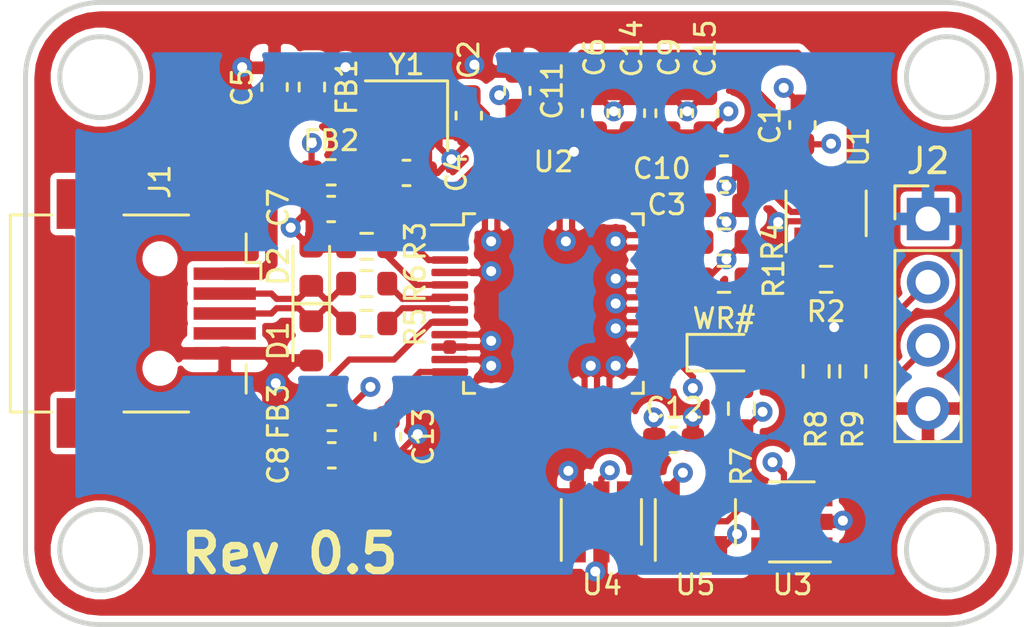
<source format=kicad_pcb>
(kicad_pcb (version 20171130) (host pcbnew "(5.1.9)-1")
  (layers (0 F.Cu signal) (1 In1.Cu signal hide) (2 In2.Cu signal hide) (31 B.Cu signal hide) (34 B.Paste user hide) (35 F.Paste user) (36 B.SilkS user hide) (37 F.SilkS user) (38 B.Mask user hide) (39 F.Mask user hide) (44 Edge.Cuts user))
  (net 0 "")
  (net 1 GND)
  (net 2 VCC3V3)
  (net 3 "Net-(C5-Pad1)")
  (net 4 VPHY)
  (net 5 VPLL)
  (net 6 VCORE)
  (net 7 VBUS)
  (net 8 "Net-(J1-Pad4)")
  (net 9 "Net-(J1-Pad6)")
  (net 10 "Net-(R1-Pad2)")
  (net 11 EEDATA)
  (net 12 D-)
  (net 13 D+)
  (net 14 EECS)
  (net 15 EECLK)
  (net 16 WR#)
  (net 17 "Net-(U2-Pad20)")
  (net 18 "Net-(U2-Pad19)")
  (net 19 "Net-(U2-Pad18)")
  (net 20 "Net-(U2-Pad17)")
  (net 21 "Net-(U2-Pad16)")
  (net 22 "Net-(U2-Pad15)")
  (net 23 "Net-(U2-Pad14)")
  (net 24 DIR)
  (net 25 "Net-(U3-Pad6)")
  (net 26 "Net-(U3-Pad4)")
  (net 27 /Unfiltered_Data+)
  (net 28 /Unfiltered_Data-)
  (net 29 /VCCA)
  (net 30 /REF)
  (net 31 /RESET)
  (net 32 /CLK+)
  (net 33 /CLK-)
  (net 34 /Phase2)
  (net 35 /Phase1)
  (net 36 "Net-(D3-Pad2)")
  (net 37 VCCV3)
  (module Package_TO_SOT_SMD:SOT-23-6 (layer F.Cu) (at 132.15 83.475 90)
    (fp_text reference U1 (at 2.675 1.3 90) (layer F.SilkS) (effects (font (size 0.8 0.8) (thickness 0.125))))
    (fp_text value 93LC56BT-I/OT)
    (pad 5 smd rect (at 1.1 0 90) (size 1.06 0.65) (layers F.Cu F.Paste F.Mask) (net 14 EECS))
    (pad 6 smd rect (at 1.1 -0.95 90) (size 1.06 0.65) (layers F.Cu F.Paste F.Mask) (net 2 VCC3V3))
    (pad 4 smd rect (at 1.1 0.95 90) (size 1.06 0.65) (layers F.Cu F.Paste F.Mask) (net 15 EECLK))
    (pad 3 smd rect (at -1.1 0.95 90) (size 1.06 0.65) (layers F.Cu F.Paste F.Mask) (net 11 EEDATA))
    (pad 2 smd rect (at -1.1 0 90) (size 1.06 0.65) (layers F.Cu F.Paste F.Mask) (net 1 GND))
    (pad 1 smd rect (at -1.1 -0.95 90) (size 1.06 0.65) (layers F.Cu F.Paste F.Mask) (net 10 "Net-(R1-Pad2)"))
  )
  (module Resistor_SMD:R_0603_1608Metric (layer F.Cu) (at 128.75 91.325 270)
    (fp_text reference R7 (at 2.325 0 90) (layer F.SilkS) (effects (font (size 0.8 0.8) (thickness 0.125))))
    (fp_text value 1k)
    (pad 2 smd roundrect (at 0.825 0 270) (size 0.8 0.95) (layers F.Cu F.Paste F.Mask) (net 37 VCCV3))
    (pad 1 smd roundrect (at -0.825 0 270) (size 0.8 0.95) (layers F.Cu F.Paste F.Mask) (net 36 "Net-(D3-Pad2)"))
  )
  (module LED_SMD:LED_0603_1608Metric (layer F.Cu) (at 128.05 89.075)
    (fp_text reference WR# (at 0 -1.375) (layer F.SilkS) (effects (font (size 0.8 0.8) (thickness 0.125))))
    (fp_text value LED)
    (pad 2 smd roundrect (at 0.7875 0) (size 0.875 0.95) (layers F.Cu F.Paste F.Mask) (net 36 "Net-(D3-Pad2)"))
    (pad 1 smd roundrect (at -0.7875 0) (size 0.875 0.95) (layers F.Cu F.Paste F.Mask) (net 16 WR#))
  )
  (module Crystal:Crystal_SMD_2520-4Pin_2.5x2.0mm (layer F.Cu) (at 115.3 79.55 180)
    (fp_text reference Y1 (at 0 2.05) (layer F.SilkS) (effects (font (size 0.8 0.8) (thickness 0.125))))
    (fp_text value 12MHz)
    (pad 4 smd rect (at -0.875 -0.7 180) (size 1.15 1) (layers F.Cu F.Paste F.Mask) (net 1 GND))
    (pad 3 smd rect (at 0.875 -0.7 180) (size 1.15 1) (layers F.Cu F.Paste F.Mask) (net 33 /CLK-))
    (pad 2 smd rect (at 0.875 0.7 180) (size 1.15 1) (layers F.Cu F.Paste F.Mask) (net 1 GND))
    (pad 1 smd rect (at -0.875 0.7 180) (size 1.15 1) (layers F.Cu F.Paste F.Mask) (net 32 /CLK+))
  )
  (module Package_TO_SOT_SMD:SOT-23-5 (layer F.Cu) (at 126.9 95.875 90)
    (fp_text reference U5 (at -2.525 0 180) (layer F.SilkS) (effects (font (size 0.8 0.8) (thickness 0.125))))
    (fp_text value 74LVC1G04)
    (pad 5 smd rect (at 1.1 -0.95 90) (size 1.06 0.65) (layers F.Cu F.Paste F.Mask) (net 2 VCC3V3))
    (pad 4 smd rect (at 1.1 0.95 90) (size 1.06 0.65) (layers F.Cu F.Paste F.Mask) (net 16 WR#))
    (pad 3 smd rect (at -1.1 0.95 90) (size 1.06 0.65) (layers F.Cu F.Paste F.Mask) (net 1 GND))
    (pad 2 smd rect (at -1.1 0 90) (size 1.06 0.65) (layers F.Cu F.Paste F.Mask) (net 26 "Net-(U3-Pad4)"))
    (pad 1 smd rect (at -1.1 -0.95 90) (size 1.06 0.65) (layers F.Cu F.Paste F.Mask))
  )
  (module Package_TO_SOT_SMD:SOT-23-6 (layer F.Cu) (at 123.125 95.875 90)
    (fp_text reference U4 (at -2.525 0.025 180) (layer F.SilkS) (effects (font (size 0.8 0.8) (thickness 0.125))))
    (fp_text value 74LVC1G374)
    (pad 5 smd rect (at 1.1 0 90) (size 1.06 0.65) (layers F.Cu F.Paste F.Mask) (net 2 VCC3V3))
    (pad 6 smd rect (at 1.1 -0.95 90) (size 1.06 0.65) (layers F.Cu F.Paste F.Mask) (net 1 GND))
    (pad 4 smd rect (at 1.1 0.95 90) (size 1.06 0.65) (layers F.Cu F.Paste F.Mask) (net 24 DIR))
    (pad 3 smd rect (at -1.1 0.95 90) (size 1.06 0.65) (layers F.Cu F.Paste F.Mask) (net 25 "Net-(U3-Pad6)"))
    (pad 2 smd rect (at -1.1 0 90) (size 1.06 0.65) (layers F.Cu F.Paste F.Mask) (net 1 GND))
    (pad 1 smd rect (at -1.1 -0.95 90) (size 1.06 0.65) (layers F.Cu F.Paste F.Mask) (net 26 "Net-(U3-Pad4)"))
  )
  (module Package_TO_SOT_SMD:SOT-23-6 (layer F.Cu) (at 130.775 95.875 180)
    (fp_text reference U3 (at -0.025 -2.525 180) (layer F.SilkS) (effects (font (size 0.8 0.8) (thickness 0.125))))
    (fp_text value 74LVC2G17)
    (pad 5 smd rect (at 1.1 0 180) (size 1.06 0.65) (layers F.Cu F.Paste F.Mask) (net 2 VCC3V3))
    (pad 6 smd rect (at 1.1 -0.95 180) (size 1.06 0.65) (layers F.Cu F.Paste F.Mask) (net 25 "Net-(U3-Pad6)"))
    (pad 4 smd rect (at 1.1 0.95 180) (size 1.06 0.65) (layers F.Cu F.Paste F.Mask) (net 26 "Net-(U3-Pad4)"))
    (pad 3 smd rect (at -1.1 0.95 180) (size 1.06 0.65) (layers F.Cu F.Paste F.Mask) (net 34 /Phase2))
    (pad 2 smd rect (at -1.1 0 180) (size 1.06 0.65) (layers F.Cu F.Paste F.Mask) (net 1 GND))
    (pad 1 smd rect (at -1.1 -0.95 180) (size 1.06 0.65) (layers F.Cu F.Paste F.Mask) (net 35 /Phase1))
  )
  (module Package_QFP:LQFP-48_7x7mm_P0.5mm (layer F.Cu) (at 121.2 87.1)
    (fp_text reference U2 (at 0 -5.7 180) (layer F.SilkS) (effects (font (size 0.8 0.8) (thickness 0.125))))
    (fp_text value FT232H)
    (pad 48 smd roundrect (at -2.75 -4.1625) (size 0.3 1.475) (layers F.Cu F.Paste F.Mask) (net 1 GND))
    (pad 47 smd roundrect (at -2.25 -4.1625) (size 0.3 1.475) (layers F.Cu F.Paste F.Mask) (net 1 GND))
    (pad 46 smd roundrect (at -1.75 -4.1625) (size 0.3 1.475) (layers F.Cu F.Paste F.Mask) (net 2 VCC3V3))
    (pad 45 smd roundrect (at -1.25 -4.1625) (size 0.3 1.475) (layers F.Cu F.Paste F.Mask) (net 14 EECS))
    (pad 44 smd roundrect (at -0.75 -4.1625) (size 0.3 1.475) (layers F.Cu F.Paste F.Mask) (net 15 EECLK))
    (pad 43 smd roundrect (at -0.25 -4.1625) (size 0.3 1.475) (layers F.Cu F.Paste F.Mask) (net 11 EEDATA))
    (pad 42 smd roundrect (at 0.25 -4.1625) (size 0.3 1.475) (layers F.Cu F.Paste F.Mask) (net 1 GND))
    (pad 41 smd roundrect (at 0.75 -4.1625) (size 0.3 1.475) (layers F.Cu F.Paste F.Mask) (net 1 GND))
    (pad 40 smd roundrect (at 1.25 -4.1625) (size 0.3 1.475) (layers F.Cu F.Paste F.Mask) (net 7 VBUS))
    (pad 39 smd roundrect (at 1.75 -4.1625) (size 0.3 1.475) (layers F.Cu F.Paste F.Mask) (net 2 VCC3V3))
    (pad 38 smd roundrect (at 2.25 -4.1625) (size 0.3 1.475) (layers F.Cu F.Paste F.Mask) (net 6 VCORE))
    (pad 37 smd roundrect (at 2.75 -4.1625) (size 0.3 1.475) (layers F.Cu F.Paste F.Mask) (net 29 /VCCA))
    (pad 36 smd roundrect (at 4.1625 -2.75) (size 1.475 0.3) (layers F.Cu F.Paste F.Mask) (net 1 GND))
    (pad 35 smd roundrect (at 4.1625 -2.25) (size 1.475 0.3) (layers F.Cu F.Paste F.Mask) (net 1 GND))
    (pad 34 smd roundrect (at 4.1625 -1.75) (size 1.475 0.3) (layers F.Cu F.Paste F.Mask) (net 31 /RESET))
    (pad 33 smd roundrect (at 4.1625 -1.25) (size 1.475 0.3) (layers F.Cu F.Paste F.Mask) (net 1 GND))
    (pad 32 smd roundrect (at 4.1625 -0.75) (size 1.475 0.3) (layers F.Cu F.Paste F.Mask) (net 1 GND))
    (pad 31 smd roundrect (at 4.1625 -0.25) (size 1.475 0.3) (layers F.Cu F.Paste F.Mask) (net 1 GND))
    (pad 30 smd roundrect (at 4.1625 0.25) (size 1.475 0.3) (layers F.Cu F.Paste F.Mask) (net 1 GND))
    (pad 29 smd roundrect (at 4.1625 0.75) (size 1.475 0.3) (layers F.Cu F.Paste F.Mask) (net 1 GND))
    (pad 28 smd roundrect (at 4.1625 1.25) (size 1.475 0.3) (layers F.Cu F.Paste F.Mask) (net 1 GND))
    (pad 27 smd roundrect (at 4.1625 1.75) (size 1.475 0.3) (layers F.Cu F.Paste F.Mask) (net 16 WR#))
    (pad 26 smd roundrect (at 4.1625 2.25) (size 1.475 0.3) (layers F.Cu F.Paste F.Mask) (net 2 VCC3V3))
    (pad 25 smd roundrect (at 4.1625 2.75) (size 1.475 0.3) (layers F.Cu F.Paste F.Mask) (net 1 GND))
    (pad 24 smd roundrect (at 2.75 4.1625) (size 0.3 1.475) (layers F.Cu F.Paste F.Mask) (net 2 VCC3V3))
    (pad 23 smd roundrect (at 2.25 4.1625) (size 0.3 1.475) (layers F.Cu F.Paste F.Mask) (net 1 GND))
    (pad 22 smd roundrect (at 1.75 4.1625) (size 0.3 1.475) (layers F.Cu F.Paste F.Mask) (net 1 GND))
    (pad 21 smd roundrect (at 1.25 4.1625) (size 0.3 1.475) (layers F.Cu F.Paste F.Mask) (net 1 GND))
    (pad 20 smd roundrect (at 0.75 4.1625) (size 0.3 1.475) (layers F.Cu F.Paste F.Mask) (net 17 "Net-(U2-Pad20)"))
    (pad 19 smd roundrect (at 0.25 4.1625) (size 0.3 1.475) (layers F.Cu F.Paste F.Mask) (net 18 "Net-(U2-Pad19)"))
    (pad 18 smd roundrect (at -0.25 4.1625) (size 0.3 1.475) (layers F.Cu F.Paste F.Mask) (net 19 "Net-(U2-Pad18)"))
    (pad 17 smd roundrect (at -0.75 4.1625) (size 0.3 1.475) (layers F.Cu F.Paste F.Mask) (net 20 "Net-(U2-Pad17)"))
    (pad 16 smd roundrect (at -1.25 4.1625) (size 0.3 1.475) (layers F.Cu F.Paste F.Mask) (net 21 "Net-(U2-Pad16)"))
    (pad 15 smd roundrect (at -1.75 4.1625) (size 0.3 1.475) (layers F.Cu F.Paste F.Mask) (net 22 "Net-(U2-Pad15)"))
    (pad 14 smd roundrect (at -2.25 4.1625) (size 0.3 1.475) (layers F.Cu F.Paste F.Mask) (net 23 "Net-(U2-Pad14)"))
    (pad 13 smd roundrect (at -2.75 4.1625) (size 0.3 1.475) (layers F.Cu F.Paste F.Mask) (net 24 DIR))
    (pad 12 smd roundrect (at -4.1625 2.75) (size 1.475 0.3) (layers F.Cu F.Paste F.Mask) (net 2 VCC3V3))
    (pad 11 smd roundrect (at -4.1625 2.25) (size 1.475 0.3) (layers F.Cu F.Paste F.Mask) (net 1 GND))
    (pad 10 smd roundrect (at -4.1625 1.75) (size 1.475 0.3) (layers F.Cu F.Paste F.Mask) (net 1 GND))
    (pad 9 smd roundrect (at -4.1625 1.25) (size 1.475 0.3) (layers F.Cu F.Paste F.Mask) (net 1 GND))
    (pad 8 smd roundrect (at -4.1625 0.75) (size 1.475 0.3) (layers F.Cu F.Paste F.Mask) (net 5 VPLL))
    (pad 7 smd roundrect (at -4.1625 0.25) (size 1.475 0.3) (layers F.Cu F.Paste F.Mask) (net 13 D+))
    (pad 6 smd roundrect (at -4.1625 -0.25) (size 1.475 0.3) (layers F.Cu F.Paste F.Mask) (net 12 D-))
    (pad 5 smd roundrect (at -4.1625 -0.75) (size 1.475 0.3) (layers F.Cu F.Paste F.Mask) (net 30 /REF))
    (pad 4 smd roundrect (at -4.1625 -1.25) (size 1.475 0.3) (layers F.Cu F.Paste F.Mask) (net 1 GND))
    (pad 3 smd roundrect (at -4.1625 -1.75) (size 1.475 0.3) (layers F.Cu F.Paste F.Mask) (net 4 VPHY))
    (pad 2 smd roundrect (at -4.1625 -2.25) (size 1.475 0.3) (layers F.Cu F.Paste F.Mask) (net 33 /CLK-))
    (pad 1 smd roundrect (at -4.1625 -2.75) (size 1.475 0.3) (layers F.Cu F.Paste F.Mask) (net 32 /CLK+))
  )
  (module Resistor_SMD:R_0603_1608Metric (layer F.Cu) (at 133.225 89.825 270)
    (fp_text reference R9 (at 2.325 0 90) (layer F.SilkS) (effects (font (size 0.8 0.8) (thickness 0.125))))
    (fp_text value 1k)
    (pad 2 smd roundrect (at 0.825 0 270) (size 0.8 0.95) (layers F.Cu F.Paste F.Mask) (net 34 /Phase2))
    (pad 1 smd roundrect (at -0.825 0 270) (size 0.8 0.95) (layers F.Cu F.Paste F.Mask) (net 7 VBUS))
  )
  (module Resistor_SMD:R_0603_1608Metric (layer F.Cu) (at 131.75 89.825 270)
    (fp_text reference R8 (at 2.325 0 90) (layer F.SilkS) (effects (font (size 0.8 0.8) (thickness 0.125))))
    (fp_text value 1k)
    (pad 2 smd roundrect (at 0.825 0 270) (size 0.8 0.95) (layers F.Cu F.Paste F.Mask) (net 35 /Phase1))
    (pad 1 smd roundrect (at -0.825 0 270) (size 0.8 0.95) (layers F.Cu F.Paste F.Mask) (net 7 VBUS))
  )
  (module Resistor_SMD:R_0603_1608Metric (layer F.Cu) (at 113.7 86.3 180)
    (fp_text reference R6 (at -1.95 0 90) (layer F.SilkS) (effects (font (size 0.8 0.8) (thickness 0.125))))
    (fp_text value 0k)
    (pad 2 smd roundrect (at 0.825 0 180) (size 0.8 0.95) (layers F.Cu F.Paste F.Mask) (net 28 /Unfiltered_Data-))
    (pad 1 smd roundrect (at -0.825 0 180) (size 0.8 0.95) (layers F.Cu F.Paste F.Mask) (net 12 D-))
  )
  (module Resistor_SMD:R_0603_1608Metric (layer F.Cu) (at 113.7 87.9 180)
    (fp_text reference R5 (at -1.95 -0.15 90) (layer F.SilkS) (effects (font (size 0.8 0.8) (thickness 0.125))))
    (fp_text value 0k)
    (pad 2 smd roundrect (at 0.825 0 180) (size 0.8 0.95) (layers F.Cu F.Paste F.Mask) (net 27 /Unfiltered_Data+))
    (pad 1 smd roundrect (at -0.825 0 180) (size 0.8 0.95) (layers F.Cu F.Paste F.Mask) (net 13 D+))
  )
  (module Resistor_SMD:R_0603_1608Metric (layer F.Cu) (at 128.05 84.625)
    (fp_text reference R4 (at 1.95 -0.025 90) (layer F.SilkS) (effects (font (size 0.8 0.8) (thickness 0.125))))
    (fp_text value 10k)
    (pad 2 smd roundrect (at 0.825 0) (size 0.8 0.95) (layers F.Cu F.Paste F.Mask) (net 2 VCC3V3))
    (pad 1 smd roundrect (at -0.825 0) (size 0.8 0.95) (layers F.Cu F.Paste F.Mask) (net 31 /RESET))
  )
  (module Resistor_SMD:R_0603_1608Metric (layer F.Cu) (at 113.7 84.8 180)
    (fp_text reference R3 (at -1.95 0.2 270) (layer F.SilkS) (effects (font (size 0.8 0.8) (thickness 0.125))))
    (fp_text value 12k/1%)
    (pad 2 smd roundrect (at 0.825 0 180) (size 0.8 0.95) (layers F.Cu F.Paste F.Mask) (net 1 GND))
    (pad 1 smd roundrect (at -0.825 0 180) (size 0.8 0.95) (layers F.Cu F.Paste F.Mask) (net 30 /REF))
  )
  (module Resistor_SMD:R_0603_1608Metric (layer F.Cu) (at 132.15 86.125 180)
    (fp_text reference R2 (at 0 -1.3) (layer F.SilkS) (effects (font (size 0.8 0.8) (thickness 0.125))))
    (fp_text value 2k)
    (pad 2 smd roundrect (at 0.825 0 180) (size 0.8 0.95) (layers F.Cu F.Paste F.Mask) (net 10 "Net-(R1-Pad2)"))
    (pad 1 smd roundrect (at -0.825 0 180) (size 0.8 0.95) (layers F.Cu F.Paste F.Mask) (net 11 EEDATA))
  )
  (module Resistor_SMD:R_0603_1608Metric (layer F.Cu) (at 128.05 86.125)
    (fp_text reference R1 (at 2 -0.025 90) (layer F.SilkS) (effects (font (size 0.8 0.8) (thickness 0.125))))
    (fp_text value 10k)
    (pad 2 smd roundrect (at 0.825 0) (size 0.8 0.95) (layers F.Cu F.Paste F.Mask) (net 10 "Net-(R1-Pad2)"))
    (pad 1 smd roundrect (at -0.825 0) (size 0.8 0.95) (layers F.Cu F.Paste F.Mask) (net 2 VCC3V3))
  )
  (module Connector_PinHeader_2.54mm:PinHeader_1x04_P2.54mm_Vertical (layer F.Cu) (at 136.242696 83.7)
    (fp_text reference J2 (at 0 -2.33) (layer F.SilkS))
    (fp_text value Conn_01x04_Male)
    (pad 4 thru_hole oval (at 0 7.62) (size 1.7 1.7) (drill 1) (layers *.Cu *.Mask) (net 1 GND))
    (pad 3 thru_hole oval (at 0 5.08) (size 1.7 1.7) (drill 1) (layers *.Cu *.Mask) (net 34 /Phase2))
    (pad 2 thru_hole oval (at 0 2.54) (size 1.7 1.7) (drill 1) (layers *.Cu *.Mask) (net 35 /Phase1))
    (pad 1 thru_hole rect (at 0 0) (size 1.7 1.7) (drill 1) (layers *.Cu *.Mask) (net 7 VBUS))
  )
  (module Connector_USB:USB_Mini-B_Wuerth_65100516121_Horizontal (layer F.Cu) (at 105.4 87.5 270)
    (fp_text reference J1 (at -5.3 0 90) (layer F.SilkS) (effects (font (size 0.8 0.8) (thickness 0.125))))
    (fp_text value USB_B_Mini)
    (pad "" np_thru_hole circle (at 2.2 0 270) (size 0.9 0.9) (drill 0.9) (layers *.Cu *.Mask))
    (pad "" np_thru_hole circle (at -2.2 0 270) (size 0.9 0.9) (drill 0.9) (layers *.Cu *.Mask))
    (pad 5 smd rect (at 1.6 -2.6 270) (size 0.5 2.5) (layers F.Cu F.Paste F.Mask) (net 1 GND))
    (pad 4 smd rect (at 0.8 -2.6 270) (size 0.5 2.5) (layers F.Cu F.Paste F.Mask) (net 8 "Net-(J1-Pad4)"))
    (pad 3 smd rect (at 0 -2.6 270) (size 0.5 2.5) (layers F.Cu F.Paste F.Mask) (net 27 /Unfiltered_Data+))
    (pad 2 smd rect (at -0.8 -2.6 270) (size 0.5 2.5) (layers F.Cu F.Paste F.Mask) (net 28 /Unfiltered_Data-))
    (pad 1 smd rect (at -1.6 -2.6 270) (size 0.5 2.5) (layers F.Cu F.Paste F.Mask) (net 3 "Net-(C5-Pad1)"))
    (pad 6 smd rect (at 4.4 -2.6 270) (size 2 2.5) (layers F.Cu F.Paste F.Mask) (net 9 "Net-(J1-Pad6)"))
    (pad 6 smd rect (at -4.4 -2.6 270) (size 2 2.5) (layers F.Cu F.Paste F.Mask) (net 9 "Net-(J1-Pad6)"))
    (pad 6 smd rect (at 4.4 2.9 270) (size 2 2.5) (layers F.Cu F.Paste F.Mask) (net 9 "Net-(J1-Pad6)"))
    (pad 6 smd rect (at -4.4 2.9 270) (size 2 2.5) (layers F.Cu F.Paste F.Mask) (net 9 "Net-(J1-Pad6)"))
  )
  (module Inductor_SMD:L_0603_1608Metric (layer F.Cu) (at 112.3 91.7 180)
    (fp_text reference FB3 (at 2.15 0.25 90) (layer F.SilkS) (effects (font (size 0.8 0.8) (thickness 0.125))))
    (fp_text value "600R 0.5A")
    (pad 2 smd roundrect (at 0.7875 0 180) (size 0.875 0.95) (layers F.Cu F.Paste F.Mask) (net 5 VPLL))
    (pad 1 smd roundrect (at -0.7875 0 180) (size 0.875 0.95) (layers F.Cu F.Paste F.Mask) (net 2 VCC3V3))
  )
  (module Inductor_SMD:L_0603_1608Metric (layer F.Cu) (at 112.275 81.825)
    (fp_text reference FB2 (at 0 -1.275) (layer F.SilkS) (effects (font (size 0.8 0.8) (thickness 0.125))))
    (fp_text value "600R 0.5A")
    (pad 2 smd roundrect (at 0.7875 0) (size 0.875 0.95) (layers F.Cu F.Paste F.Mask) (net 4 VPHY))
    (pad 1 smd roundrect (at -0.7875 0) (size 0.875 0.95) (layers F.Cu F.Paste F.Mask) (net 2 VCC3V3))
  )
  (module Inductor_SMD:L_0603_1608Metric (layer F.Cu) (at 111.5 78.4 270)
    (fp_text reference FB1 (at 0 -1.4 90) (layer F.SilkS) (effects (font (size 0.8 0.8) (thickness 0.125))))
    (fp_text value "600R 0.5A")
    (pad 2 smd roundrect (at 0.7875 0 270) (size 0.875 0.95) (layers F.Cu F.Paste F.Mask) (net 3 "Net-(C5-Pad1)"))
    (pad 1 smd roundrect (at -0.7875 0 270) (size 0.875 0.95) (layers F.Cu F.Paste F.Mask) (net 7 VBUS))
  )
  (module Diode_SMD:D_0603_1608Metric (layer F.Cu) (at 111.475 85.6 90)
    (fp_text reference D2 (at 0 -1.325 90) (layer F.SilkS) (effects (font (size 0.8 0.8) (thickness 0.125))))
    (fp_text value D_TVS)
    (pad 2 smd roundrect (at 0.7875 0 90) (size 0.875 0.95) (layers F.Cu F.Paste F.Mask) (net 1 GND))
    (pad 1 smd roundrect (at -0.7875 0 90) (size 0.875 0.95) (layers F.Cu F.Paste F.Mask) (net 28 /Unfiltered_Data-))
  )
  (module Diode_SMD:D_0603_1608Metric (layer F.Cu) (at 111.475 88.6 270)
    (fp_text reference D1 (at 0 1.325 90) (layer F.SilkS) (effects (font (size 0.8 0.8) (thickness 0.125))))
    (fp_text value D_TVS)
    (pad 2 smd roundrect (at 0.7875 0 270) (size 0.875 0.95) (layers F.Cu F.Paste F.Mask) (net 1 GND))
    (pad 1 smd roundrect (at -0.7875 0 270) (size 0.875 0.95) (layers F.Cu F.Paste F.Mask) (net 27 /Unfiltered_Data+))
  )
  (module Capacitor_SMD:C_0603_1608Metric (layer F.Cu) (at 127.3 79.45 90)
    (fp_text reference C15 (at 2.6 0 90) (layer F.SilkS) (effects (font (size 0.8 0.8) (thickness 0.125))))
    (fp_text value 4.7uF)
    (pad 2 smd roundrect (at 0.775 0 90) (size 0.9 0.95) (layers F.Cu F.Paste F.Mask) (net 1 GND))
    (pad 1 smd roundrect (at -0.775 0 90) (size 0.9 0.95) (layers F.Cu F.Paste F.Mask) (net 2 VCC3V3))
  )
  (module Capacitor_SMD:C_0603_1608Metric (layer F.Cu) (at 124.35 79.45 90)
    (fp_text reference C14 (at 2.6 0 270) (layer F.SilkS) (effects (font (size 0.8 0.8) (thickness 0.125))))
    (fp_text value 4.7uF)
    (pad 2 smd roundrect (at 0.775 0 90) (size 0.9 0.95) (layers F.Cu F.Paste F.Mask) (net 1 GND))
    (pad 1 smd roundrect (at -0.775 0 90) (size 0.9 0.95) (layers F.Cu F.Paste F.Mask) (net 7 VBUS))
  )
  (module Capacitor_SMD:C_0603_1608Metric (layer F.Cu) (at 114.55 92.45 270)
    (fp_text reference C13 (at 0 -1.43 90) (layer F.SilkS) (effects (font (size 0.8 0.8) (thickness 0.125))))
    (fp_text value 0.1uF)
    (pad 2 smd roundrect (at 0.775 0 270) (size 0.9 0.95) (layers F.Cu F.Paste F.Mask) (net 1 GND))
    (pad 1 smd roundrect (at -0.775 0 270) (size 0.9 0.95) (layers F.Cu F.Paste F.Mask) (net 2 VCC3V3))
  )
  (module Capacitor_SMD:C_0603_1608Metric (layer F.Cu) (at 126.025 92.575)
    (fp_text reference C12 (at 0.025 -1.275 180) (layer F.SilkS) (effects (font (size 0.8 0.8) (thickness 0.125))))
    (fp_text value 0.1uF)
    (pad 2 smd roundrect (at 0.775 0) (size 0.9 0.95) (layers F.Cu F.Paste F.Mask) (net 1 GND))
    (pad 1 smd roundrect (at -0.775 0) (size 0.9 0.95) (layers F.Cu F.Paste F.Mask) (net 2 VCC3V3))
  )
  (module Capacitor_SMD:C_0603_1608Metric (layer F.Cu) (at 119.75 78.55 90)
    (fp_text reference C11 (at 0 1.4 90) (layer F.SilkS) (effects (font (size 0.8 0.8) (thickness 0.125))))
    (fp_text value 0.1uF)
    (pad 2 smd roundrect (at 0.775 0 90) (size 0.9 0.95) (layers F.Cu F.Paste F.Mask) (net 1 GND))
    (pad 1 smd roundrect (at -0.775 0 90) (size 0.9 0.95) (layers F.Cu F.Paste F.Mask) (net 2 VCC3V3))
  )
  (module Capacitor_SMD:C_0603_1608Metric (layer F.Cu) (at 128.05 81.675)
    (fp_text reference C10 (at -2.5 0) (layer F.SilkS) (effects (font (size 0.8 0.8) (thickness 0.125))))
    (fp_text value 0.1uF)
    (pad 2 smd roundrect (at 0.775 0) (size 0.9 0.95) (layers F.Cu F.Paste F.Mask) (net 1 GND))
    (pad 1 smd roundrect (at -0.775 0) (size 0.9 0.95) (layers F.Cu F.Paste F.Mask) (net 6 VCORE))
  )
  (module Capacitor_SMD:C_0603_1608Metric (layer F.Cu) (at 125.825 79.45 90)
    (fp_text reference C9 (at 2.25 0.025 270) (layer F.SilkS) (effects (font (size 0.8 0.8) (thickness 0.125))))
    (fp_text value 0.1uF)
    (pad 2 smd roundrect (at 0.775 0 90) (size 0.9 0.95) (layers F.Cu F.Paste F.Mask) (net 1 GND))
    (pad 1 smd roundrect (at -0.775 0 90) (size 0.9 0.95) (layers F.Cu F.Paste F.Mask) (net 2 VCC3V3))
  )
  (module Capacitor_SMD:C_0603_1608Metric (layer F.Cu) (at 112.3 93.2)
    (fp_text reference C8 (at -2.15 0.4 90) (layer F.SilkS) (effects (font (size 0.8 0.8) (thickness 0.125))))
    (fp_text value 0.1uF)
    (pad 2 smd roundrect (at 0.775 0) (size 0.9 0.95) (layers F.Cu F.Paste F.Mask) (net 1 GND))
    (pad 1 smd roundrect (at -0.775 0) (size 0.9 0.95) (layers F.Cu F.Paste F.Mask) (net 5 VPLL))
  )
  (module Capacitor_SMD:C_0603_1608Metric (layer F.Cu) (at 112.275 83.3 180)
    (fp_text reference C7 (at 2.125 0.05 90) (layer F.SilkS) (effects (font (size 0.8 0.8) (thickness 0.125))))
    (fp_text value 0.1uF)
    (pad 2 smd roundrect (at 0.775 0 180) (size 0.9 0.95) (layers F.Cu F.Paste F.Mask) (net 1 GND))
    (pad 1 smd roundrect (at -0.775 0 180) (size 0.9 0.95) (layers F.Cu F.Paste F.Mask) (net 4 VPHY))
  )
  (module Capacitor_SMD:C_0603_1608Metric (layer F.Cu) (at 122.875 79.45 90)
    (fp_text reference C6 (at 2.25 -0.025 270) (layer F.SilkS) (effects (font (size 0.8 0.8) (thickness 0.125))))
    (fp_text value 0.1uF)
    (pad 2 smd roundrect (at 0.775 0 90) (size 0.9 0.95) (layers F.Cu F.Paste F.Mask) (net 1 GND))
    (pad 1 smd roundrect (at -0.775 0 90) (size 0.9 0.95) (layers F.Cu F.Paste F.Mask) (net 7 VBUS))
  )
  (module Capacitor_SMD:C_0603_1608Metric (layer F.Cu) (at 110 78.4 90)
    (fp_text reference C5 (at 0 -1.3 90) (layer F.SilkS) (effects (font (size 0.8 0.8) (thickness 0.125))))
    (fp_text value 10nF)
    (pad 2 smd roundrect (at 0.775 0 90) (size 0.9 0.95) (layers F.Cu F.Paste F.Mask) (net 1 GND))
    (pad 1 smd roundrect (at -0.775 0 90) (size 0.9 0.95) (layers F.Cu F.Paste F.Mask) (net 3 "Net-(C5-Pad1)"))
  )
  (module Capacitor_SMD:C_0603_1608Metric (layer F.Cu) (at 115.3 81.85)
    (fp_text reference C4 (at 2 0 90) (layer F.SilkS) (effects (font (size 0.8 0.8) (thickness 0.125))))
    (fp_text value 27pF)
    (pad 2 smd roundrect (at 0.775 0) (size 0.9 0.95) (layers F.Cu F.Paste F.Mask) (net 1 GND))
    (pad 1 smd roundrect (at -0.775 0) (size 0.9 0.95) (layers F.Cu F.Paste F.Mask) (net 33 /CLK-))
  )
  (module Capacitor_SMD:C_0603_1608Metric (layer F.Cu) (at 128.05 83.15)
    (fp_text reference C3 (at -2.3 -0.025) (layer F.SilkS) (effects (font (size 0.8 0.8) (thickness 0.125))))
    (fp_text value 0.1uF)
    (pad 2 smd roundrect (at 0.775 0) (size 0.9 0.95) (layers F.Cu F.Paste F.Mask) (net 1 GND))
    (pad 1 smd roundrect (at -0.775 0) (size 0.9 0.95) (layers F.Cu F.Paste F.Mask) (net 29 /VCCA))
  )
  (module Capacitor_SMD:C_0603_1608Metric (layer F.Cu) (at 117.8 79.55 270)
    (fp_text reference C2 (at -2.25 0 90) (layer F.SilkS) (effects (font (size 0.8 0.8) (thickness 0.125))))
    (fp_text value 27pF)
    (pad 2 smd roundrect (at 0.775 0 270) (size 0.9 0.95) (layers F.Cu F.Paste F.Mask) (net 1 GND))
    (pad 1 smd roundrect (at -0.775 0 270) (size 0.9 0.95) (layers F.Cu F.Paste F.Mask) (net 32 /CLK+))
  )
  (module Capacitor_SMD:C_0603_1608Metric (layer F.Cu) (at 131.2 79.925 90)
    (fp_text reference C1 (at 0 -1.3 90) (layer F.SilkS) (effects (font (size 0.8 0.8) (thickness 0.125))))
    (fp_text value 0.1uF)
    (pad 2 smd roundrect (at 0.775 0 90) (size 0.9 0.95) (layers F.Cu F.Paste F.Mask) (net 1 GND))
    (pad 1 smd roundrect (at -0.775 0 90) (size 0.9 0.95) (layers F.Cu F.Paste F.Mask) (net 2 VCC3V3))
  )
  (gr_text "Rev 0.5" (at 110.6 97.15) (layer F.SilkS) (effects (font (size 1.5 1.5) (thickness 0.3))))
  (gr_circle (center 137 78) (end 138.625 78) (layer Edge.Cuts) (width 0.2))
  (gr_circle (center 137 97.000001) (end 138.625 97.000001) (layer Edge.Cuts) (width 0.2))
  (gr_circle (center 102.999999 97.000001) (end 104.624999 97.000001) (layer Edge.Cuts) (width 0.2))
  (gr_circle (center 103 78) (end 104.625 78) (layer Edge.Cuts) (width 0.2))
  (gr_arc (start 137 97.000001) (end 137 100) (angle -90) (layer Edge.Cuts) (width 0.2))
  (gr_line (start 140 78) (end 140 97.000001) (layer Edge.Cuts) (width 0.2))
  (gr_arc (start 137 78) (end 140 78) (angle -90) (layer Edge.Cuts) (width 0.2))
  (gr_line (start 103 75) (end 137 75) (layer Edge.Cuts) (width 0.2))
  (gr_arc (start 103 78) (end 103 75) (angle -90) (layer Edge.Cuts) (width 0.2))
  (gr_line (start 100 97) (end 100 78) (layer Edge.Cuts) (width 0.2))
  (gr_arc (start 102.999999 97.000001) (end 100 97) (angle -90) (layer Edge.Cuts) (width 0.2))
  (gr_line (start 137 100) (end 103 100) (layer Edge.Cuts) (width 0.2))
  (segment (start 118.65 85.85) (end 118.7 85.8) (width 0.25) (layer F.Cu) (net 1))
  (via (at 118.7 85.8) (size 0.8) (drill 0.4) (layers F.Cu B.Cu) (net 1))
  (segment (start 117.0375 85.85) (end 118.65 85.85) (width 0.25) (layer F.Cu) (net 1))
  (segment (start 118.45 84.35) (end 118.7 84.6) (width 0.25) (layer F.Cu) (net 1))
  (via (at 118.7 84.6) (size 0.8) (drill 0.4) (layers F.Cu B.Cu) (net 1))
  (segment (start 118.45 82.9375) (end 118.45 84.35) (width 0.25) (layer F.Cu) (net 1))
  (segment (start 118.95 84.35) (end 118.7 84.6) (width 0.25) (layer F.Cu) (net 1))
  (segment (start 118.95 82.9375) (end 118.95 84.35) (width 0.25) (layer F.Cu) (net 1))
  (via (at 110.65 84.05) (size 0.8) (drill 0.4) (layers F.Cu B.Cu) (net 1))
  (segment (start 111.4125 84.8125) (end 110.65 84.05) (width 0.25) (layer F.Cu) (net 1))
  (segment (start 111.5 84.8125) (end 111.4125 84.8125) (width 0.25) (layer F.Cu) (net 1))
  (segment (start 111.4 83.3) (end 110.65 84.05) (width 0.25) (layer F.Cu) (net 1))
  (segment (start 111.5 83.3) (end 111.4 83.3) (width 0.25) (layer F.Cu) (net 1))
  (segment (start 111.5125 84.8) (end 111.5 84.8125) (width 0.25) (layer F.Cu) (net 1))
  (segment (start 112.875 84.8) (end 111.5125 84.8) (width 0.25) (layer F.Cu) (net 1))
  (segment (start 108.725 77.625) (end 108.7 77.6) (width 0.25) (layer F.Cu) (net 1))
  (via (at 108.7 77.6) (size 0.8) (drill 0.4) (layers F.Cu B.Cu) (net 1))
  (segment (start 110 77.625) (end 108.725 77.625) (width 0.25) (layer F.Cu) (net 1))
  (via (at 117.1 81.3) (size 0.8) (drill 0.4) (layers F.Cu B.Cu) (net 1))
  (segment (start 116.55 81.85) (end 117.1 81.3) (width 0.25) (layer F.Cu) (net 1))
  (segment (start 116.075 81.85) (end 116.55 81.85) (width 0.25) (layer F.Cu) (net 1))
  (segment (start 117.8 80.6) (end 117.1 81.3) (width 0.25) (layer F.Cu) (net 1))
  (segment (start 117.8 80.325) (end 117.8 80.6) (width 0.25) (layer F.Cu) (net 1))
  (segment (start 116.1 80.25) (end 114.7 78.85) (width 0.25) (layer F.Cu) (net 1))
  (segment (start 116.175 80.25) (end 116.1 80.25) (width 0.25) (layer F.Cu) (net 1))
  (segment (start 114.425 78.85) (end 114.4 78.85) (width 0.25) (layer F.Cu) (net 1))
  (via (at 123.7 84.6) (size 0.8) (drill 0.4) (layers F.Cu B.Cu) (net 1))
  (segment (start 123.95 84.35) (end 123.7 84.6) (width 0.25) (layer F.Cu) (net 1))
  (segment (start 125.3625 84.35) (end 123.95 84.35) (width 0.25) (layer F.Cu) (net 1))
  (segment (start 123.95 84.85) (end 123.7 84.6) (width 0.25) (layer F.Cu) (net 1))
  (segment (start 125.3625 84.85) (end 123.95 84.85) (width 0.25) (layer F.Cu) (net 1))
  (via (at 121.7 84.6) (size 0.8) (drill 0.4) (layers F.Cu B.Cu) (net 1))
  (segment (start 121.45 84.35) (end 121.7 84.6) (width 0.25) (layer F.Cu) (net 1))
  (segment (start 121.45 82.9375) (end 121.45 84.35) (width 0.25) (layer F.Cu) (net 1))
  (segment (start 121.95 84.35) (end 121.7 84.6) (width 0.25) (layer F.Cu) (net 1))
  (segment (start 121.95 82.9375) (end 121.95 84.35) (width 0.25) (layer F.Cu) (net 1))
  (via (at 123.7 86.1) (size 0.8) (drill 0.4) (layers F.Cu B.Cu) (net 1))
  (segment (start 123.95 85.85) (end 123.7 86.1) (width 0.25) (layer F.Cu) (net 1))
  (segment (start 125.3625 85.85) (end 123.95 85.85) (width 0.25) (layer F.Cu) (net 1))
  (segment (start 123.95 86.35) (end 123.7 86.1) (width 0.25) (layer F.Cu) (net 1))
  (segment (start 125.3625 86.35) (end 123.95 86.35) (width 0.25) (layer F.Cu) (net 1))
  (via (at 123.7 87.1) (size 0.8) (drill 0.4) (layers F.Cu B.Cu) (net 1))
  (segment (start 123.95 86.85) (end 123.7 87.1) (width 0.25) (layer F.Cu) (net 1))
  (segment (start 125.3625 86.85) (end 123.95 86.85) (width 0.25) (layer F.Cu) (net 1))
  (segment (start 123.95 87.35) (end 123.7 87.1) (width 0.25) (layer F.Cu) (net 1))
  (segment (start 125.3625 87.35) (end 123.95 87.35) (width 0.25) (layer F.Cu) (net 1))
  (via (at 123.7 88.1) (size 0.8) (drill 0.4) (layers F.Cu B.Cu) (net 1))
  (segment (start 123.95 87.85) (end 123.7 88.1) (width 0.25) (layer F.Cu) (net 1))
  (segment (start 125.3625 87.85) (end 123.95 87.85) (width 0.25) (layer F.Cu) (net 1))
  (segment (start 123.95 88.35) (end 123.7 88.1) (width 0.25) (layer F.Cu) (net 1))
  (segment (start 125.3625 88.35) (end 123.95 88.35) (width 0.25) (layer F.Cu) (net 1))
  (via (at 123.7 89.6) (size 0.8) (drill 0.4) (layers F.Cu B.Cu) (net 1))
  (segment (start 123.95 89.85) (end 123.7 89.6) (width 0.25) (layer F.Cu) (net 1))
  (segment (start 125.3625 89.85) (end 123.95 89.85) (width 0.25) (layer F.Cu) (net 1))
  (segment (start 123.45 89.85) (end 123.7 89.6) (width 0.25) (layer F.Cu) (net 1))
  (segment (start 123.45 91.2625) (end 123.45 89.85) (width 0.25) (layer F.Cu) (net 1))
  (via (at 122.7 89.6) (size 0.8) (drill 0.4) (layers F.Cu B.Cu) (net 1))
  (segment (start 122.95 89.85) (end 122.7 89.6) (width 0.25) (layer F.Cu) (net 1))
  (segment (start 122.95 91.2625) (end 122.95 89.85) (width 0.25) (layer F.Cu) (net 1))
  (segment (start 122.45 89.85) (end 122.7 89.6) (width 0.25) (layer F.Cu) (net 1))
  (segment (start 122.45 91.2625) (end 122.45 89.85) (width 0.25) (layer F.Cu) (net 1))
  (via (at 118.7 88.6) (size 0.8) (drill 0.4) (layers F.Cu B.Cu) (net 1))
  (segment (start 118.45 88.35) (end 118.7 88.6) (width 0.25) (layer F.Cu) (net 1))
  (segment (start 117.0375 88.35) (end 118.45 88.35) (width 0.25) (layer F.Cu) (net 1))
  (segment (start 118.45 88.85) (end 118.7 88.6) (width 0.25) (layer F.Cu) (net 1))
  (segment (start 117.0375 88.85) (end 118.45 88.85) (width 0.25) (layer F.Cu) (net 1))
  (via (at 118.7 89.6) (size 0.8) (drill 0.4) (layers F.Cu B.Cu) (net 1))
  (segment (start 118.45 89.35) (end 118.7 89.6) (width 0.25) (layer F.Cu) (net 1))
  (segment (start 117.0375 89.35) (end 118.45 89.35) (width 0.25) (layer F.Cu) (net 1))
  (segment (start 108 89.1) (end 109.7 89.1) (width 0.5) (layer F.Cu) (net 1))
  (via (at 110.05 90.3) (size 0.8) (drill 0.4) (layers F.Cu B.Cu) (net 1))
  (segment (start 110.05 89.45) (end 110.05 90.3) (width 0.5) (layer F.Cu) (net 1))
  (segment (start 109.7 89.1) (end 110.05 89.45) (width 0.5) (layer F.Cu) (net 1))
  (segment (start 110.9625 89.3875) (end 110.05 90.3) (width 0.25) (layer F.Cu) (net 1))
  (segment (start 111.5 89.3875) (end 110.9625 89.3875) (width 0.25) (layer F.Cu) (net 1))
  (segment (start 114.525 93.2) (end 114.55 93.225) (width 0.25) (layer F.Cu) (net 1))
  (segment (start 113.075 93.2) (end 114.525 93.2) (width 0.25) (layer F.Cu) (net 1))
  (via (at 115.75 92.35) (size 0.8) (drill 0.4) (layers F.Cu B.Cu) (net 1))
  (segment (start 114.875 93.225) (end 115.75 92.35) (width 0.25) (layer F.Cu) (net 1))
  (segment (start 114.55 93.225) (end 114.875 93.225) (width 0.25) (layer F.Cu) (net 1))
  (segment (start 116.175 80.375) (end 117.1 81.3) (width 0.25) (layer F.Cu) (net 1))
  (segment (start 116.175 80.25) (end 116.175 80.375) (width 0.25) (layer F.Cu) (net 1))
  (segment (start 114.7 78.85) (end 114.425 78.85) (width 0.25) (layer F.Cu) (net 1))
  (segment (start 122.875 78.675) (end 122.68102 78.675) (width 0.25) (layer F.Cu) (net 1))
  (segment (start 127.3 78.675) (end 127.55 78.675) (width 0.25) (layer F.Cu) (net 1))
  (via (at 126.575 79.375) (size 0.8) (drill 0.4) (layers F.Cu B.Cu) (net 1))
  (segment (start 127.275 78.675) (end 126.575 79.375) (width 0.25) (layer F.Cu) (net 1))
  (segment (start 127.3 78.675) (end 127.275 78.675) (width 0.25) (layer F.Cu) (net 1))
  (segment (start 125.875 78.675) (end 126.575 79.375) (width 0.25) (layer F.Cu) (net 1))
  (segment (start 125.825 78.675) (end 125.875 78.675) (width 0.25) (layer F.Cu) (net 1))
  (segment (start 122.875 78.675) (end 122.95 78.675) (width 0.25) (layer F.Cu) (net 1))
  (via (at 123.625 79.375) (size 0.8) (drill 0.4) (layers F.Cu B.Cu) (net 1))
  (segment (start 122.925 78.675) (end 123.625 79.375) (width 0.25) (layer F.Cu) (net 1))
  (segment (start 122.875 78.675) (end 122.925 78.675) (width 0.25) (layer F.Cu) (net 1))
  (segment (start 124.325 78.675) (end 123.625 79.375) (width 0.25) (layer F.Cu) (net 1))
  (segment (start 124.35 78.675) (end 124.325 78.675) (width 0.25) (layer F.Cu) (net 1))
  (segment (start 131.16898 79.15) (end 130.45 78.43102) (width 0.25) (layer F.Cu) (net 1))
  (via (at 130.45 78.43102) (size 0.8) (drill 0.4) (layers F.Cu B.Cu) (net 1))
  (segment (start 131.2 79.15) (end 131.16898 79.15) (width 0.25) (layer F.Cu) (net 1))
  (segment (start 128.825 81.675) (end 128.75 81.675) (width 0.25) (layer F.Cu) (net 1))
  (segment (start 128.825 81.7) (end 128.15 82.375) (width 0.25) (layer F.Cu) (net 1))
  (via (at 128.15 82.375) (size 0.8) (drill 0.4) (layers F.Cu B.Cu) (net 1))
  (segment (start 128.825 81.675) (end 128.825 81.7) (width 0.25) (layer F.Cu) (net 1))
  (via (at 128.15 83.825) (size 0.8) (drill 0.4) (layers F.Cu B.Cu) (net 1))
  (segment (start 128.825 83.15) (end 128.15 83.825) (width 0.25) (layer F.Cu) (net 1))
  (segment (start 132.15 84.216398) (end 131.726601 83.792999) (width 0.25) (layer F.Cu) (net 1))
  (segment (start 132.15 84.575) (end 132.15 84.216398) (width 0.25) (layer F.Cu) (net 1))
  (via (at 130.225 83.825) (size 0.8) (drill 0.4) (layers F.Cu B.Cu) (net 1))
  (segment (start 130.257001 83.792999) (end 130.225 83.825) (width 0.25) (layer F.Cu) (net 1))
  (segment (start 131.726601 83.792999) (end 130.257001 83.792999) (width 0.25) (layer F.Cu) (net 1))
  (via (at 129.6 91.45) (size 0.8) (drill 0.4) (layers F.Cu B.Cu) (net 37))
  (via (at 128.575289 96.364658) (size 0.8) (drill 0.4) (layers F.Cu B.Cu) (net 1))
  (segment (start 127.964947 96.975) (end 128.575289 96.364658) (width 0.25) (layer F.Cu) (net 1))
  (segment (start 127.85 96.975) (end 127.964947 96.975) (width 0.25) (layer F.Cu) (net 1))
  (via (at 132.825 95.825) (size 0.8) (drill 0.4) (layers F.Cu B.Cu) (net 1))
  (segment (start 132.775 95.875) (end 132.825 95.825) (width 0.25) (layer F.Cu) (net 1))
  (segment (start 131.875 95.875) (end 132.775 95.875) (width 0.25) (layer F.Cu) (net 1))
  (via (at 126.8 91.65) (size 0.8) (drill 0.4) (layers F.Cu B.Cu) (net 1))
  (segment (start 126.8 92.575) (end 126.8 91.65) (width 0.25) (layer F.Cu) (net 1))
  (via (at 121.8 93.825) (size 0.8) (drill 0.4) (layers F.Cu B.Cu) (net 1))
  (segment (start 122.175 94.2) (end 121.8 93.825) (width 0.25) (layer F.Cu) (net 1))
  (segment (start 122.175 94.775) (end 122.175 94.2) (width 0.25) (layer F.Cu) (net 1))
  (via (at 122.882076 97.867972) (size 0.8) (drill 0.4) (layers F.Cu B.Cu) (net 1))
  (segment (start 123.125 97.625048) (end 122.882076 97.867972) (width 0.25) (layer F.Cu) (net 1))
  (segment (start 123.125 96.975) (end 123.125 97.625048) (width 0.25) (layer F.Cu) (net 1))
  (via (at 118.025 77.5) (size 0.8) (drill 0.4) (layers F.Cu B.Cu) (net 1))
  (segment (start 118.3 77.775) (end 118.025 77.5) (width 0.25) (layer F.Cu) (net 1))
  (segment (start 119.75 77.775) (end 118.3 77.775) (width 0.25) (layer F.Cu) (net 1))
  (segment (start 117.0375 89.85) (end 115.85 89.85) (width 0.25) (layer F.Cu) (net 2))
  (segment (start 114.55 91.15) (end 114.55 91.675) (width 0.25) (layer F.Cu) (net 2))
  (segment (start 115.85 89.85) (end 114.55 91.15) (width 0.25) (layer F.Cu) (net 2))
  (segment (start 113.1125 91.675) (end 113.0875 91.7) (width 0.25) (layer F.Cu) (net 2))
  (segment (start 114.55 91.675) (end 113.1125 91.675) (width 0.25) (layer F.Cu) (net 2))
  (via (at 111.5 80.65) (size 0.8) (drill 0.4) (layers F.Cu B.Cu) (net 2))
  (segment (start 111.4875 80.6625) (end 111.5 80.65) (width 0.25) (layer F.Cu) (net 2))
  (segment (start 111.4875 81.825) (end 111.4875 80.6625) (width 0.25) (layer F.Cu) (net 2))
  (segment (start 113.0875 91.2125) (end 113.85 90.45) (width 0.25) (layer F.Cu) (net 2))
  (via (at 113.85 90.45) (size 0.8) (drill 0.4) (layers F.Cu B.Cu) (net 2))
  (segment (start 113.0875 91.7) (end 113.0875 91.2125) (width 0.25) (layer F.Cu) (net 2))
  (segment (start 119.75 80.55) (end 119.75 79.325) (width 0.25) (layer F.Cu) (net 2))
  (segment (start 119.45 80.85) (end 119.75 80.55) (width 0.25) (layer F.Cu) (net 2))
  (segment (start 119.45 82.9375) (end 119.45 80.85) (width 0.25) (layer F.Cu) (net 2))
  (segment (start 122.95 82.158172) (end 124.058172 81.05) (width 0.25) (layer F.Cu) (net 2))
  (segment (start 122.95 82.9375) (end 122.95 82.158172) (width 0.25) (layer F.Cu) (net 2))
  (segment (start 125 81.05) (end 125.825 80.225) (width 0.25) (layer F.Cu) (net 2))
  (segment (start 124.058172 81.05) (end 125 81.05) (width 0.25) (layer F.Cu) (net 2))
  (segment (start 125.825 80.225) (end 127.3 80.225) (width 0.25) (layer F.Cu) (net 2))
  (segment (start 127.3 80.225) (end 127.475 80.225) (width 0.25) (layer F.Cu) (net 2))
  (segment (start 127.375 80.225) (end 128.225 79.375) (width 0.25) (layer F.Cu) (net 2))
  (via (at 128.225 79.375) (size 0.8) (drill 0.4) (layers F.Cu B.Cu) (net 2))
  (segment (start 127.3 80.225) (end 127.375 80.225) (width 0.25) (layer F.Cu) (net 2))
  (segment (start 131.2 82.375) (end 131.2 80.7) (width 0.25) (layer F.Cu) (net 2))
  (via (at 132.35 80.675) (size 0.8) (drill 0.4) (layers F.Cu B.Cu) (net 2))
  (segment (start 132.325 80.7) (end 132.35 80.675) (width 0.25) (layer F.Cu) (net 2))
  (segment (start 131.2 80.7) (end 132.325 80.7) (width 0.25) (layer F.Cu) (net 2))
  (via (at 128.15 85.325) (size 0.8) (drill 0.4) (layers F.Cu B.Cu) (net 2))
  (segment (start 128.85 84.625) (end 128.15 85.325) (width 0.25) (layer F.Cu) (net 2))
  (segment (start 128.875 84.625) (end 128.85 84.625) (width 0.25) (layer F.Cu) (net 2))
  (segment (start 127.35 86.125) (end 128.15 85.325) (width 0.25) (layer F.Cu) (net 2))
  (segment (start 127.225 86.125) (end 127.35 86.125) (width 0.25) (layer F.Cu) (net 2))
  (segment (start 130.033602 95.875) (end 130.457001 95.451601) (width 0.25) (layer F.Cu) (net 2))
  (segment (start 129.675 95.875) (end 130.033602 95.875) (width 0.25) (layer F.Cu) (net 2))
  (via (at 130 93.475) (size 0.8) (drill 0.4) (layers F.Cu B.Cu) (net 2))
  (segment (start 130.457001 93.932001) (end 130 93.475) (width 0.25) (layer F.Cu) (net 2))
  (segment (start 130.457001 95.451601) (end 130.457001 93.932001) (width 0.25) (layer F.Cu) (net 2))
  (segment (start 123.95 91.2625) (end 123.95 92.3) (width 0.25) (layer F.Cu) (net 2))
  (segment (start 124.225 92.575) (end 125.25 92.575) (width 0.25) (layer F.Cu) (net 2))
  (segment (start 123.95 92.3) (end 124.225 92.575) (width 0.25) (layer F.Cu) (net 2))
  (via (at 126.8 90.5) (size 0.8) (drill 0.4) (layers F.Cu B.Cu) (net 2))
  (segment (start 126.8 90.05) (end 126.8 90.5) (width 0.25) (layer F.Cu) (net 2))
  (segment (start 126.1 89.35) (end 126.8 90.05) (width 0.25) (layer F.Cu) (net 2))
  (segment (start 125.3625 89.35) (end 126.1 89.35) (width 0.25) (layer F.Cu) (net 2))
  (via (at 125.225 91.675) (size 0.8) (drill 0.4) (layers F.Cu B.Cu) (net 2))
  (segment (start 125.25 91.7) (end 125.225 91.675) (width 0.25) (layer F.Cu) (net 2))
  (segment (start 125.25 92.575) (end 125.25 91.7) (width 0.25) (layer F.Cu) (net 2))
  (segment (start 125.95 94.35) (end 126.4 93.9) (width 0.25) (layer F.Cu) (net 2))
  (via (at 126.4 93.9) (size 0.8) (drill 0.4) (layers F.Cu B.Cu) (net 2))
  (segment (start 125.95 94.775) (end 125.95 94.35) (width 0.25) (layer F.Cu) (net 2))
  (segment (start 123.125 94.141132) (end 123.463367 93.802765) (width 0.25) (layer F.Cu) (net 2))
  (via (at 123.463367 93.802765) (size 0.8) (drill 0.4) (layers F.Cu B.Cu) (net 2))
  (segment (start 123.125 94.775) (end 123.125 94.141132) (width 0.25) (layer F.Cu) (net 2))
  (via (at 119.025 78.725) (size 0.8) (drill 0.4) (layers F.Cu B.Cu) (net 2))
  (segment (start 119.625 79.325) (end 119.025 78.725) (width 0.25) (layer F.Cu) (net 2))
  (segment (start 119.75 79.325) (end 119.625 79.325) (width 0.25) (layer F.Cu) (net 2))
  (segment (start 109.872999 79.302001) (end 110 79.175) (width 0.5) (layer F.Cu) (net 3))
  (segment (start 109.872999 85.477001) (end 109.872999 79.302001) (width 0.5) (layer F.Cu) (net 3))
  (segment (start 109.45 85.9) (end 109.872999 85.477001) (width 0.5) (layer F.Cu) (net 3))
  (segment (start 108 85.9) (end 109.45 85.9) (width 0.5) (layer F.Cu) (net 3))
  (segment (start 111.4875 79.175) (end 111.5 79.1875) (width 0.5) (layer F.Cu) (net 3))
  (segment (start 110 79.175) (end 111.4875 79.175) (width 0.5) (layer F.Cu) (net 3))
  (segment (start 113.05 81.8375) (end 113.0625 81.825) (width 0.25) (layer F.Cu) (net 4))
  (segment (start 113.05 83.3) (end 113.05 81.8375) (width 0.25) (layer F.Cu) (net 4))
  (segment (start 114.13924 83.3) (end 113.05 83.3) (width 0.25) (layer F.Cu) (net 4))
  (segment (start 116.18924 85.35) (end 114.13924 83.3) (width 0.25) (layer F.Cu) (net 4))
  (segment (start 117.0375 85.35) (end 116.18924 85.35) (width 0.25) (layer F.Cu) (net 4))
  (segment (start 111.5125 93.1875) (end 111.525 93.2) (width 0.25) (layer F.Cu) (net 5))
  (segment (start 111.5125 91.7) (end 111.5125 93.1875) (width 0.25) (layer F.Cu) (net 5))
  (segment (start 114.8 89.35) (end 116.3 87.85) (width 0.25) (layer F.Cu) (net 5))
  (segment (start 116.3 87.85) (end 117.0375 87.85) (width 0.25) (layer F.Cu) (net 5))
  (segment (start 111.5125 90.8375) (end 113 89.35) (width 0.25) (layer F.Cu) (net 5))
  (segment (start 113 89.35) (end 114.8 89.35) (width 0.25) (layer F.Cu) (net 5))
  (segment (start 111.5125 91.7) (end 111.5125 90.8375) (width 0.25) (layer F.Cu) (net 5))
  (segment (start 123.45 82.2) (end 124.22299 81.42701) (width 0.25) (layer F.Cu) (net 6))
  (segment (start 123.45 82.9375) (end 123.45 82.2) (width 0.25) (layer F.Cu) (net 6))
  (segment (start 127.02701 81.42701) (end 127.275 81.675) (width 0.25) (layer F.Cu) (net 6))
  (segment (start 124.22299 81.42701) (end 127.02701 81.42701) (width 0.25) (layer F.Cu) (net 6))
  (via (at 112.85 77.6) (size 0.8) (drill 0.4) (layers F.Cu B.Cu) (net 7))
  (segment (start 136.217696 83.725) (end 136.242696 83.7) (width 0.5) (layer F.Cu) (net 7))
  (segment (start 112.8375 77.6125) (end 112.85 77.6) (width 0.5) (layer F.Cu) (net 7))
  (segment (start 111.5 77.6125) (end 112.8375 77.6125) (width 0.5) (layer F.Cu) (net 7))
  (segment (start 123.970848 80.1) (end 124.1 80.1) (width 0.25) (layer F.Cu) (net 7))
  (via (at 122.025 81) (size 0.8) (drill 0.4) (layers F.Cu B.Cu) (net 7))
  (segment (start 122.8 80.225) (end 122.025 81) (width 0.25) (layer F.Cu) (net 7))
  (segment (start 122.875 80.225) (end 122.8 80.225) (width 0.25) (layer F.Cu) (net 7))
  (segment (start 124.35 80.225) (end 122.875 80.225) (width 0.25) (layer F.Cu) (net 7))
  (segment (start 123.075 81.05) (end 123.525 81.05) (width 0.25) (layer F.Cu) (net 7))
  (segment (start 122.45 81.675) (end 123.075 81.05) (width 0.25) (layer F.Cu) (net 7))
  (segment (start 123.525 81.05) (end 124.35 80.225) (width 0.25) (layer F.Cu) (net 7))
  (segment (start 122.45 82.9375) (end 122.45 81.675) (width 0.25) (layer F.Cu) (net 7))
  (via (at 132.475 88.05) (size 0.8) (drill 0.4) (layers F.Cu B.Cu) (net 7))
  (segment (start 131.75 88.775) (end 132.475 88.05) (width 0.25) (layer F.Cu) (net 7))
  (segment (start 131.75 89) (end 131.75 88.775) (width 0.5) (layer F.Cu) (net 7))
  (segment (start 133.225 88.8) (end 132.475 88.05) (width 0.25) (layer F.Cu) (net 7))
  (segment (start 133.225 89) (end 133.225 88.8) (width 0.5) (layer F.Cu) (net 7))
  (segment (start 102.5 91.9) (end 108 91.9) (width 0.5) (layer F.Cu) (net 9))
  (segment (start 102.5 83.1) (end 102.5 91.9) (width 0.5) (layer F.Cu) (net 9))
  (segment (start 102.5 83.1) (end 108 83.1) (width 0.5) (layer F.Cu) (net 9))
  (segment (start 131.2 86) (end 131.325 86.125) (width 0.25) (layer F.Cu) (net 10))
  (segment (start 131.2 84.575) (end 131.2 86) (width 0.25) (layer F.Cu) (net 10))
  (segment (start 131.325 86.125) (end 128.875 86.125) (width 0.25) (layer F.Cu) (net 10))
  (segment (start 136.197696 88.825) (end 136.242696 88.78) (width 0.5) (layer F.Cu) (net 34))
  (segment (start 133.1 86) (end 132.975 86.125) (width 0.25) (layer F.Cu) (net 11))
  (segment (start 133.1 84.575) (end 133.1 86) (width 0.25) (layer F.Cu) (net 11))
  (segment (start 130.740989 83.415989) (end 132.299591 83.415989) (width 0.25) (layer F.Cu) (net 11))
  (segment (start 132.299591 83.415989) (end 133.1 84.216398) (width 0.25) (layer F.Cu) (net 11))
  (segment (start 130 79.175) (end 130 82.675) (width 0.25) (layer F.Cu) (net 11))
  (segment (start 133.1 84.216398) (end 133.1 84.575) (width 0.25) (layer F.Cu) (net 11))
  (segment (start 128.60402 77.77902) (end 130 79.175) (width 0.25) (layer F.Cu) (net 11))
  (segment (start 130 82.675) (end 130.740989 83.415989) (width 0.25) (layer F.Cu) (net 11))
  (segment (start 120.95 81.066344) (end 121.35402 80.662324) (width 0.25) (layer F.Cu) (net 11))
  (segment (start 120.95 82.9375) (end 120.95 81.066344) (width 0.25) (layer F.Cu) (net 11))
  (segment (start 122.621384 77.77902) (end 128.60402 77.77902) (width 0.25) (layer F.Cu) (net 11))
  (segment (start 121.35402 79.046384) (end 122.621384 77.77902) (width 0.25) (layer F.Cu) (net 11))
  (segment (start 121.35402 80.662324) (end 121.35402 79.046384) (width 0.25) (layer F.Cu) (net 11))
  (segment (start 115.68924 86.35) (end 114.525 85.18576) (width 0.25) (layer F.Cu) (net 30))
  (segment (start 114.525 85.18576) (end 114.525 84.8) (width 0.25) (layer F.Cu) (net 30))
  (segment (start 117.0375 86.35) (end 115.68924 86.35) (width 0.25) (layer F.Cu) (net 30))
  (segment (start 116.976 86.9115) (end 117.0375 86.85) (width 0.25) (layer F.Cu) (net 12))
  (segment (start 114.525 86.3) (end 115.1365 86.9115) (width 0.25) (layer F.Cu) (net 12))
  (segment (start 115.1365 86.9115) (end 116.976 86.9115) (width 0.25) (layer F.Cu) (net 12))
  (segment (start 116.976 87.2885) (end 117.0375 87.35) (width 0.25) (layer F.Cu) (net 13))
  (segment (start 115.1365 87.2885) (end 116.976 87.2885) (width 0.25) (layer F.Cu) (net 13))
  (segment (start 114.525 87.9) (end 115.1365 87.2885) (width 0.25) (layer F.Cu) (net 13))
  (segment (start 133.626601 83.157001) (end 132.657001 83.157001) (width 0.25) (layer F.Cu) (net 14))
  (segment (start 133.677001 83.106601) (end 133.626601 83.157001) (width 0.25) (layer F.Cu) (net 14))
  (segment (start 132.657001 83.157001) (end 132.15 82.65) (width 0.25) (layer F.Cu) (net 14))
  (segment (start 133.677001 79.689677) (end 133.677001 83.106601) (width 0.25) (layer F.Cu) (net 14))
  (segment (start 131.012325 77.025001) (end 133.677001 79.689677) (width 0.25) (layer F.Cu) (net 14))
  (segment (start 132.15 82.65) (end 132.15 82.375) (width 0.25) (layer F.Cu) (net 14))
  (segment (start 119.95 81) (end 120.6 80.35) (width 0.25) (layer F.Cu) (net 14))
  (segment (start 119.95 82.9375) (end 119.95 81) (width 0.25) (layer F.Cu) (net 14))
  (segment (start 122.309059 77.025001) (end 131.012325 77.025001) (width 0.25) (layer F.Cu) (net 14))
  (segment (start 120.600002 78.734058) (end 122.309059 77.025001) (width 0.25) (layer F.Cu) (net 14))
  (segment (start 120.6 80.35) (end 120.600002 78.734058) (width 0.25) (layer F.Cu) (net 14))
  (segment (start 133.1 79.645848) (end 133.1 82.375) (width 0.25) (layer F.Cu) (net 15))
  (segment (start 130.856162 77.40201) (end 133.1 79.645848) (width 0.25) (layer F.Cu) (net 15))
  (segment (start 120.45 81.033172) (end 120.97701 80.506162) (width 0.25) (layer F.Cu) (net 15))
  (segment (start 120.45 82.9375) (end 120.45 81.033172) (width 0.25) (layer F.Cu) (net 15))
  (segment (start 120.977011 78.890221) (end 122.465222 77.40201) (width 0.25) (layer F.Cu) (net 15))
  (segment (start 122.465222 77.40201) (end 130.856162 77.40201) (width 0.25) (layer F.Cu) (net 15))
  (segment (start 120.97701 80.506162) (end 120.977011 78.890221) (width 0.25) (layer F.Cu) (net 15))
  (segment (start 127 88.85) (end 127.225 89.075) (width 0.25) (layer F.Cu) (net 16))
  (segment (start 125.3625 88.85) (end 127 88.85) (width 0.25) (layer F.Cu) (net 16))
  (segment (start 127.225 89.075) (end 127.425 89.075) (width 0.25) (layer F.Cu) (net 16))
  (segment (start 127.85 89.5) (end 127.85 94.775) (width 0.25) (layer F.Cu) (net 16))
  (segment (start 127.425 89.075) (end 127.85 89.5) (width 0.25) (layer F.Cu) (net 16))
  (segment (start 118.45 91.962464) (end 118.45 91.2625) (width 0.25) (layer F.Cu) (net 24))
  (segment (start 123.651601 95.557001) (end 120.032001 95.557001) (width 0.25) (layer F.Cu) (net 24))
  (segment (start 124.075 95.133602) (end 123.651601 95.557001) (width 0.25) (layer F.Cu) (net 24))
  (segment (start 124.075 94.775) (end 124.075 95.133602) (width 0.25) (layer F.Cu) (net 24))
  (segment (start 118.45 93.975) (end 118.45 91.2625) (width 0.25) (layer F.Cu) (net 24))
  (segment (start 120.032001 95.557001) (end 118.45 93.975) (width 0.25) (layer F.Cu) (net 24))
  (segment (start 124.857001 97.757001) (end 124.075 96.975) (width 0.25) (layer F.Cu) (net 25))
  (segment (start 128.742999 97.757001) (end 124.857001 97.757001) (width 0.25) (layer F.Cu) (net 25))
  (segment (start 129.675 96.825) (end 128.742999 97.757001) (width 0.25) (layer F.Cu) (net 25))
  (segment (start 129.1 94.925) (end 128.175 95.85) (width 0.25) (layer F.Cu) (net 26))
  (segment (start 129.675 94.925) (end 129.1 94.925) (width 0.25) (layer F.Cu) (net 26))
  (segment (start 127.245 95.85) (end 126.9 96.195) (width 0.25) (layer F.Cu) (net 26))
  (segment (start 128.175 95.85) (end 127.245 95.85) (width 0.25) (layer F.Cu) (net 26))
  (segment (start 122.175 96.616398) (end 122.598399 96.192999) (width 0.25) (layer F.Cu) (net 26))
  (segment (start 122.175 96.975) (end 122.175 96.616398) (width 0.25) (layer F.Cu) (net 26))
  (segment (start 126.897999 96.192999) (end 126.9 96.195) (width 0.25) (layer F.Cu) (net 26))
  (segment (start 122.598399 96.192999) (end 126.897999 96.192999) (width 0.25) (layer F.Cu) (net 26))
  (segment (start 126.9 96.195) (end 126.9 96.375) (width 0.25) (layer F.Cu) (net 26))
  (segment (start 126.9 96.375) (end 126.9 96.975) (width 0.25) (layer F.Cu) (net 26))
  (segment (start 110.976 87.2885) (end 111.5 87.8125) (width 0.25) (layer F.Cu) (net 27))
  (segment (start 110.086501 87.2885) (end 110.976 87.2885) (width 0.25) (layer F.Cu) (net 27))
  (segment (start 109.875001 87.5) (end 110.086501 87.2885) (width 0.25) (layer F.Cu) (net 27))
  (segment (start 108 87.5) (end 109.875001 87.5) (width 0.25) (layer F.Cu) (net 27))
  (segment (start 112.2635 87.2885) (end 112.875 87.9) (width 0.25) (layer F.Cu) (net 27))
  (segment (start 112.024 87.2885) (end 112.2635 87.2885) (width 0.25) (layer F.Cu) (net 27))
  (segment (start 111.5 87.8125) (end 112.024 87.2885) (width 0.25) (layer F.Cu) (net 27))
  (segment (start 110.976 86.9115) (end 111.5 86.3875) (width 0.25) (layer F.Cu) (net 28))
  (segment (start 110.086501 86.9115) (end 110.976 86.9115) (width 0.25) (layer F.Cu) (net 28))
  (segment (start 109.875001 86.7) (end 110.086501 86.9115) (width 0.25) (layer F.Cu) (net 28))
  (segment (start 108 86.7) (end 109.875001 86.7) (width 0.25) (layer F.Cu) (net 28))
  (segment (start 112.024 86.9115) (end 112.2635 86.9115) (width 0.25) (layer F.Cu) (net 28))
  (segment (start 111.5 86.3875) (end 112.024 86.9115) (width 0.25) (layer F.Cu) (net 28))
  (segment (start 112.2635 86.9115) (end 112.875 86.3) (width 0.25) (layer F.Cu) (net 28))
  (segment (start 123.95 82.9375) (end 123.95 82.233172) (width 0.25) (layer F.Cu) (net 29))
  (segment (start 123.95 82.233172) (end 124.379152 81.80402) (width 0.25) (layer F.Cu) (net 29))
  (segment (start 125.92902 81.80402) (end 127.275 83.15) (width 0.25) (layer F.Cu) (net 29))
  (segment (start 124.379152 81.80402) (end 125.92902 81.80402) (width 0.25) (layer F.Cu) (net 29))
  (segment (start 126.5 85.35) (end 127.225 84.625) (width 0.25) (layer F.Cu) (net 31))
  (segment (start 125.3625 85.35) (end 126.5 85.35) (width 0.25) (layer F.Cu) (net 31))
  (segment (start 117.725 78.85) (end 117.8 78.775) (width 0.25) (layer F.Cu) (net 32))
  (segment (start 116.175 78.85) (end 117.725 78.85) (width 0.25) (layer F.Cu) (net 32))
  (segment (start 118.52701 79.50201) (end 118.52701 81.17299) (width 0.25) (layer F.Cu) (net 32))
  (segment (start 117.8 78.775) (end 118.52701 79.50201) (width 0.25) (layer F.Cu) (net 32))
  (segment (start 117.0375 82.6625) (end 117.0375 84.35) (width 0.25) (layer F.Cu) (net 32))
  (segment (start 118.52701 81.17299) (end 117.0375 82.6625) (width 0.25) (layer F.Cu) (net 32))
  (segment (start 114.425 81.75) (end 114.525 81.85) (width 0.25) (layer F.Cu) (net 33))
  (segment (start 114.425 80.25) (end 114.425 81.75) (width 0.25) (layer F.Cu) (net 33))
  (segment (start 116.877604 84.85) (end 117.0375 84.85) (width 0.25) (layer F.Cu) (net 33))
  (segment (start 115.65637 84.25637) (end 116.25 84.85) (width 0.25) (layer F.Cu) (net 33))
  (segment (start 115.600522 84.186339) (end 115.65637 84.25637) (width 0.25) (layer F.Cu) (net 33))
  (segment (start 115.561658 84.105637) (end 115.600522 84.186339) (width 0.25) (layer F.Cu) (net 33))
  (segment (start 115.71411 82.624987) (end 115.803682 82.624987) (width 0.25) (layer F.Cu) (net 33))
  (segment (start 115.541727 84.018312) (end 115.561658 84.105637) (width 0.25) (layer F.Cu) (net 33))
  (segment (start 115.546083 82.683782) (end 115.626785 82.644919) (width 0.25) (layer F.Cu) (net 33))
  (segment (start 115.476054 82.73963) (end 115.546083 82.683782) (width 0.25) (layer F.Cu) (net 33))
  (segment (start 115.090684 83.124999) (end 115.476054 82.73963) (width 0.25) (layer F.Cu) (net 33))
  (segment (start 115.020654 83.180845) (end 115.090684 83.124999) (width 0.25) (layer F.Cu) (net 33))
  (segment (start 116.25 84.85) (end 116.877604 84.85) (width 0.25) (layer F.Cu) (net 33))
  (segment (start 114.67573 83.219709) (end 114.763056 83.239642) (width 0.25) (layer F.Cu) (net 33))
  (segment (start 114.763056 83.239642) (end 114.852628 83.239642) (width 0.25) (layer F.Cu) (net 33))
  (segment (start 114.939954 83.21971) (end 115.020654 83.180845) (width 0.25) (layer F.Cu) (net 33))
  (segment (start 114.852628 83.239642) (end 114.939954 83.21971) (width 0.25) (layer F.Cu) (net 33))
  (segment (start 114.595028 83.180845) (end 114.67573 83.219709) (width 0.25) (layer F.Cu) (net 33))
  (segment (start 114.525 83.125) (end 114.595028 83.180845) (width 0.25) (layer F.Cu) (net 33))
  (segment (start 115.626785 82.644919) (end 115.71411 82.624987) (width 0.25) (layer F.Cu) (net 33))
  (segment (start 114.525 81.85) (end 114.525 83.125) (width 0.25) (layer F.Cu) (net 33))
  (segment (start 115.803682 82.624987) (end 115.891007 82.644918) (width 0.25) (layer F.Cu) (net 33))
  (segment (start 115.891007 82.644918) (end 115.971709 82.683782) (width 0.25) (layer F.Cu) (net 33))
  (segment (start 115.971709 82.683782) (end 116.04174 82.73963) (width 0.25) (layer F.Cu) (net 33))
  (segment (start 116.04174 82.73963) (end 116.097585 82.809658) (width 0.25) (layer F.Cu) (net 33))
  (segment (start 116.097585 82.809658) (end 116.136449 82.89036) (width 0.25) (layer F.Cu) (net 33))
  (segment (start 116.136449 82.89036) (end 116.156382 82.977686) (width 0.25) (layer F.Cu) (net 33))
  (segment (start 116.156382 82.977686) (end 116.156382 83.067258) (width 0.25) (layer F.Cu) (net 33))
  (segment (start 116.156382 83.067258) (end 116.13645 83.154584) (width 0.25) (layer F.Cu) (net 33))
  (segment (start 116.13645 83.154584) (end 116.097585 83.235284) (width 0.25) (layer F.Cu) (net 33))
  (segment (start 115.541727 83.92874) (end 115.541727 84.018312) (width 0.25) (layer F.Cu) (net 33))
  (segment (start 116.097585 83.235284) (end 116.041739 83.305314) (width 0.25) (layer F.Cu) (net 33))
  (segment (start 116.041739 83.305314) (end 115.65637 83.690684) (width 0.25) (layer F.Cu) (net 33))
  (segment (start 115.65637 83.690684) (end 115.600522 83.760713) (width 0.25) (layer F.Cu) (net 33))
  (segment (start 115.600522 83.760713) (end 115.561659 83.841415) (width 0.25) (layer F.Cu) (net 33))
  (segment (start 115.561659 83.841415) (end 115.541727 83.92874) (width 0.25) (layer F.Cu) (net 33))
  (segment (start 134.372696 90.65) (end 133.225 90.65) (width 0.25) (layer F.Cu) (net 34))
  (segment (start 136.242696 88.78) (end 134.372696 90.65) (width 0.25) (layer F.Cu) (net 34))
  (segment (start 133.225 90.65) (end 133.025 90.65) (width 0.25) (layer F.Cu) (net 34))
  (segment (start 131.875 91.8) (end 131.875 94.925) (width 0.25) (layer F.Cu) (net 34))
  (segment (start 133.025 90.65) (end 131.875 91.8) (width 0.25) (layer F.Cu) (net 34))
  (segment (start 131.75 90.25) (end 132.225 89.775) (width 0.25) (layer F.Cu) (net 35))
  (segment (start 131.75 90.65) (end 131.75 90.25) (width 0.25) (layer F.Cu) (net 35))
  (segment (start 132.225 89.775) (end 133.7 89.775) (width 0.25) (layer F.Cu) (net 35))
  (segment (start 133.7 89.775) (end 134.35 89.125) (width 0.25) (layer F.Cu) (net 35))
  (segment (start 134.35 88.132696) (end 136.242696 86.24) (width 0.25) (layer F.Cu) (net 35))
  (segment (start 134.35 89.125) (end 134.35 88.132696) (width 0.25) (layer F.Cu) (net 35))
  (segment (start 131.516398 96.825) (end 131.875 96.825) (width 0.25) (layer F.Cu) (net 35))
  (segment (start 131.092999 96.401601) (end 131.516398 96.825) (width 0.25) (layer F.Cu) (net 35))
  (segment (start 131.092999 91.307001) (end 131.092999 96.401601) (width 0.25) (layer F.Cu) (net 35))
  (segment (start 131.75 90.65) (end 131.092999 91.307001) (width 0.25) (layer F.Cu) (net 35))
  (segment (start 128.75 89.1125) (end 128.7875 89.075) (width 0.25) (layer F.Cu) (net 36))
  (segment (start 128.75 90.5) (end 128.75 89.1125) (width 0.25) (layer F.Cu) (net 36))
  (segment (start 128.9 92.15) (end 129.6 91.45) (width 0.25) (layer F.Cu) (net 37))
  (segment (start 128.75 92.15) (end 128.9 92.15) (width 0.25) (layer F.Cu) (net 37))
  (zone (net 7) (net_name VBUS) (layer B.Cu) (connect_pads (clearance 0.508)) (min_thickness 0.254) (fill yes (arc_segments 32) (thermal_gap 0.508) (thermal_bridge_width 0.508) (smoothing fillet))
    (polygon (pts (xy 138 98) (xy 102 98) (xy 102 77) (xy 138 77)))
  )
  (zone (net 0) (net_name "") (layers In2.Cu B.Cu) (connect_pads (clearance 0.508)) (min_thickness 0.254)
    (keepout (tracks allowed) (vias allowed) (copperpour not_allowed))
    (fill (arc_segments 32) (thermal_gap 0.508) (thermal_bridge_width 0.508) (smoothing fillet))
    (polygon (pts (xy 119 90) (xy 105 90) (xy 105 85) (xy 119 85)))
  )
  (zone (net 1) (net_name GND) (layer F.Cu) (connect_pads (clearance 0.254)) (min_thickness 0.254) (fill yes (arc_segments 32) (thermal_gap 0.508) (thermal_bridge_width 0.508) (smoothing fillet))
    (polygon (pts (xy 140 100) (xy 100 100) (xy 100 75) (xy 140 75)))
  )
)
</source>
